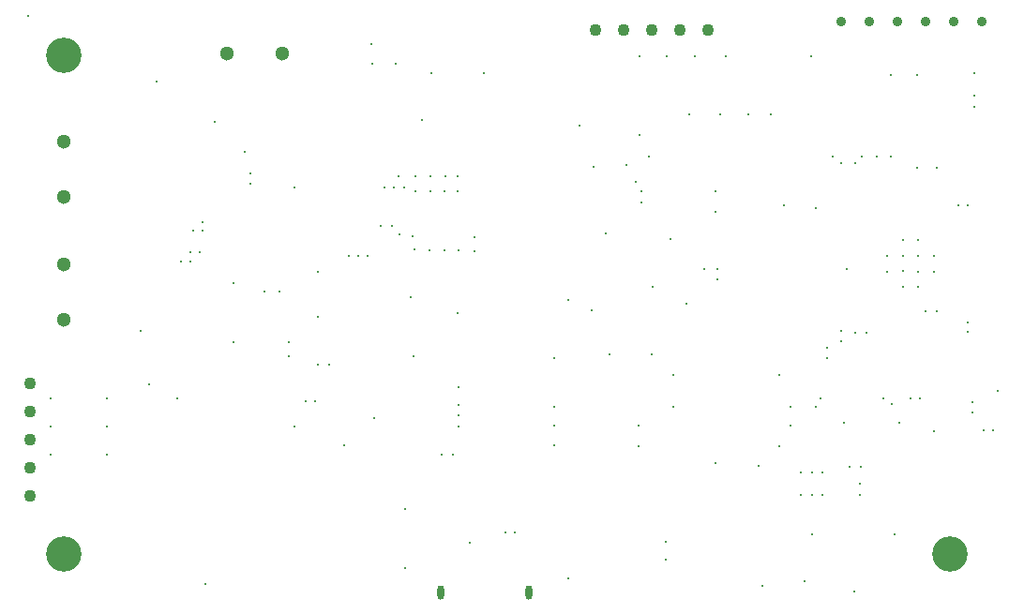
<source format=gbr>
%TF.GenerationSoftware,Altium Limited,Altium Designer,23.5.1 (21)*%
G04 Layer_Color=0*
%FSLAX45Y45*%
%MOMM*%
%TF.SameCoordinates,4795B1C9-752B-4E01-904C-9C7CC4A01C22*%
%TF.FilePolarity,Positive*%
%TF.FileFunction,Plated,1,4,PTH,Drill*%
%TF.Part,Single*%
G01*
G75*
%TA.AperFunction,ComponentDrill*%
%ADD102C,0.30000*%
%ADD103C,1.10000*%
%ADD104O,0.60000X1.30000*%
%ADD105C,3.20000*%
%ADD106C,0.90000*%
%ADD107C,1.30000*%
%ADD108C,1.30000*%
%ADD109C,1.10000*%
%TA.AperFunction,ViaDrill,NotFilled*%
%ADD110C,0.30000*%
D102*
X7929660Y3049240D02*
D03*
Y3191480D02*
D03*
X8074440Y2907000D02*
D03*
Y3191480D02*
D03*
Y3333720D02*
D03*
Y3051780D02*
D03*
X8211600Y3191480D02*
D03*
X8214140Y2907000D02*
D03*
Y3049240D02*
D03*
Y3333720D02*
D03*
X8356380Y3049240D02*
D03*
Y3191480D02*
D03*
D103*
X197650Y1277150D02*
D03*
Y1531150D02*
D03*
Y1785150D02*
D03*
Y2039150D02*
D03*
Y1023150D02*
D03*
D104*
X4695450Y152400D02*
D03*
X3905450D02*
D03*
D105*
X8500000Y500000D02*
D03*
X500000D02*
D03*
Y5000000D02*
D03*
D106*
X7519610Y5303520D02*
D03*
X7773610D02*
D03*
X8027610D02*
D03*
X8281610D02*
D03*
X8535610D02*
D03*
X8789610D02*
D03*
D107*
X1968500Y5016500D02*
D03*
X2468500D02*
D03*
D108*
X495300Y3111500D02*
D03*
Y2611500D02*
D03*
Y4221100D02*
D03*
Y3721100D02*
D03*
D109*
X5554980Y5232400D02*
D03*
X5300980D02*
D03*
X5808980D02*
D03*
X6316980D02*
D03*
X6062980D02*
D03*
D110*
X2679700Y1879600D02*
D03*
X2895600Y2209800D02*
D03*
X8572500Y3644900D02*
D03*
X8890000Y1617980D02*
D03*
X7287260Y1828800D02*
D03*
X7327900Y1905000D02*
D03*
X7974992Y1852599D02*
D03*
X7594600Y1282700D02*
D03*
X7683500Y1033700D02*
D03*
X6997700Y3644900D02*
D03*
X8201660Y4826000D02*
D03*
X7962900D02*
D03*
Y4084300D02*
D03*
X7835900D02*
D03*
X6883400Y4470400D02*
D03*
X6477000Y4993640D02*
D03*
X6680200Y4470400D02*
D03*
X6426200D02*
D03*
X6146800D02*
D03*
X6197600Y4993640D02*
D03*
X5943600D02*
D03*
X5696310D02*
D03*
X177800Y5359400D02*
D03*
X1778000Y228600D02*
D03*
X5054600Y279400D02*
D03*
X7518400Y4025336D02*
D03*
X7442200Y4084300D02*
D03*
X7707333Y4084592D02*
D03*
X8384166Y2692400D02*
D03*
X8661400Y2590800D02*
D03*
X7251700Y673100D02*
D03*
X7569200Y3073400D02*
D03*
X6379300Y3772398D02*
D03*
X3632200Y2819400D02*
D03*
X2578100Y3804225D02*
D03*
X5054600Y2794000D02*
D03*
X2794000Y2641600D02*
D03*
X4927600Y2268220D02*
D03*
X4059498Y2006600D02*
D03*
X3302000Y1727200D02*
D03*
X3911600Y1394460D02*
D03*
X4058927Y1843448D02*
D03*
X4061460Y1651000D02*
D03*
X4927600Y1475740D02*
D03*
Y1661160D02*
D03*
Y1828800D02*
D03*
X6002020D02*
D03*
X5689600Y1473200D02*
D03*
X6957060D02*
D03*
X7061200Y1661160D02*
D03*
Y1828800D02*
D03*
X7543800Y1683537D02*
D03*
X8229600Y1905000D02*
D03*
X8699500Y1778000D02*
D03*
X7391400Y2362200D02*
D03*
X7518400Y2514600D02*
D03*
X7747000Y2496820D02*
D03*
X6400800Y3074100D02*
D03*
X5715000Y3777794D02*
D03*
X1336639Y4762500D02*
D03*
X2184400Y3937000D02*
D03*
X2794000Y3048000D02*
D03*
X2527300Y2286000D02*
D03*
X1193800Y2514600D02*
D03*
X2032000Y2946400D02*
D03*
X2311400Y2867660D02*
D03*
X2032000Y2413000D02*
D03*
X1524000Y1905000D02*
D03*
X1270000Y2032000D02*
D03*
X889000Y1905000D02*
D03*
X381000D02*
D03*
X889000Y1651000D02*
D03*
X381000D02*
D03*
X889000Y1397000D02*
D03*
X381000D02*
D03*
X7351700Y1033700D02*
D03*
X7251700D02*
D03*
X7151700Y1030300D02*
D03*
X7351700Y1232229D02*
D03*
X7251700D02*
D03*
X7151700D02*
D03*
X8661400Y2501900D02*
D03*
X8801100Y1617980D02*
D03*
X2768600Y1879600D02*
D03*
X8721889Y4533900D02*
D03*
X7249160Y4993640D02*
D03*
X7645400Y4025336D02*
D03*
X6379300Y1316903D02*
D03*
X5278120Y3992880D02*
D03*
X5664100Y3862297D02*
D03*
X1860910Y4401221D02*
D03*
X2446020Y2867660D02*
D03*
X8039100Y1683537D02*
D03*
X7645400Y2496820D02*
D03*
X7694238Y1282700D02*
D03*
X6002020Y2113280D02*
D03*
X6957060D02*
D03*
X4061460Y1752600D02*
D03*
X1754570Y3495700D02*
D03*
Y3415000D02*
D03*
X1559560Y3139440D02*
D03*
X1640840D02*
D03*
X1729740Y3220720D02*
D03*
X2181800Y3845500D02*
D03*
X3672840Y3777794D02*
D03*
Y3909060D02*
D03*
X4010660Y1394460D02*
D03*
X7391400Y2268220D02*
D03*
X7518400Y2423160D02*
D03*
X6385560Y3586480D02*
D03*
X6284660Y3074100D02*
D03*
X6121400Y2758440D02*
D03*
X7287260Y3622040D02*
D03*
X5427980Y2303780D02*
D03*
X5805200D02*
D03*
X3027680Y1475740D02*
D03*
X3583211Y372155D02*
D03*
X8721889Y4640580D02*
D03*
X5264941Y2697480D02*
D03*
X4163060Y599440D02*
D03*
X6774180Y1292280D02*
D03*
X2527300Y2413000D02*
D03*
X3733800Y4413039D02*
D03*
X3576301Y903015D02*
D03*
X7190740Y248920D02*
D03*
X4488180Y688340D02*
D03*
X4569460D02*
D03*
X8384166Y3988800D02*
D03*
X5392420Y3393440D02*
D03*
X3818628Y4840797D02*
D03*
X8722360Y4843780D02*
D03*
X3499588Y4927600D02*
D03*
X3281107D02*
D03*
X3278853Y5105400D02*
D03*
X3238500Y3185700D02*
D03*
X3155949Y3187700D02*
D03*
X3073400D02*
D03*
X3479800Y3804225D02*
D03*
X3390900D02*
D03*
X3568700D02*
D03*
X3529146Y3385820D02*
D03*
X3462020Y3462020D02*
D03*
X3357880Y3461000D02*
D03*
X3644900Y3364803D02*
D03*
X4206240Y3355340D02*
D03*
X4203700Y3233420D02*
D03*
X3802380Y3243580D02*
D03*
X3665220Y3249380D02*
D03*
X4059498Y3238500D02*
D03*
X3942080Y3909060D02*
D03*
X4053840Y3772398D02*
D03*
X3804920Y3774440D02*
D03*
X3934460Y3772398D02*
D03*
X5930900Y609600D02*
D03*
X7638379Y154940D02*
D03*
X1640840Y3220720D02*
D03*
X2133600Y4127500D02*
D03*
X1666240Y3415000D02*
D03*
X6807200Y209170D02*
D03*
X2578100Y1651000D02*
D03*
X2794000Y2209800D02*
D03*
X3655060Y2286000D02*
D03*
X4051300Y2672080D02*
D03*
X8699500Y1866900D02*
D03*
X7683500Y1130300D02*
D03*
X8140700Y1905000D02*
D03*
X7901600D02*
D03*
X6400800Y2980500D02*
D03*
X8280400Y2692400D02*
D03*
X5930900Y444500D02*
D03*
X8930640Y1973580D02*
D03*
X8359140Y1607820D02*
D03*
X5696310Y4279900D02*
D03*
X5156200Y4368800D02*
D03*
X5778400Y4084300D02*
D03*
X5577840Y4006553D02*
D03*
X5689600Y1661160D02*
D03*
X7995920Y673100D02*
D03*
X8661400Y3644900D02*
D03*
X8201660Y3988800D02*
D03*
X5715000Y3669000D02*
D03*
X5974351Y3338526D02*
D03*
X5815832Y2907000D02*
D03*
X4053840Y3910802D02*
D03*
X3522980Y3909060D02*
D03*
X3804920Y3906520D02*
D03*
X4292600Y4838624D02*
D03*
X3931920Y3238500D02*
D03*
%TF.MD5,9ee62c19480df815b136567d535a32db*%
M02*

</source>
